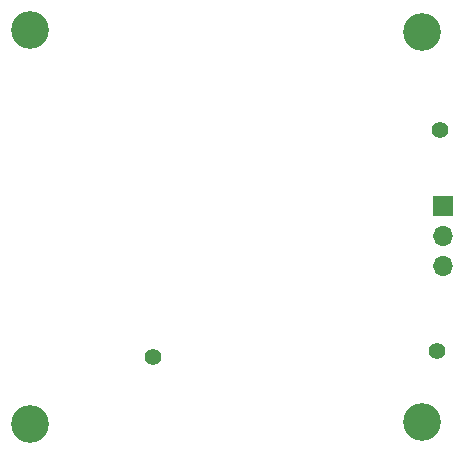
<source format=gbr>
G04 #@! TF.GenerationSoftware,KiCad,Pcbnew,(5.0.2)-1*
G04 #@! TF.CreationDate,2021-01-16T16:59:36+09:00*
G04 #@! TF.ProjectId,AllegroCurrentSensor,416c6c65-6772-46f4-9375-7272656e7453,rev?*
G04 #@! TF.SameCoordinates,Original*
G04 #@! TF.FileFunction,Soldermask,Bot*
G04 #@! TF.FilePolarity,Negative*
%FSLAX46Y46*%
G04 Gerber Fmt 4.6, Leading zero omitted, Abs format (unit mm)*
G04 Created by KiCad (PCBNEW (5.0.2)-1) date 2021/01/16 16:59:36*
%MOMM*%
%LPD*%
G01*
G04 APERTURE LIST*
%ADD10C,3.200000*%
%ADD11R,1.700000X1.700000*%
%ADD12O,1.700000X1.700000*%
%ADD13C,1.400000*%
G04 APERTURE END LIST*
D10*
G04 #@! TO.C,H1*
X63300000Y-66700000D03*
G04 #@! TD*
G04 #@! TO.C,H2*
X63300000Y-33300000D03*
G04 #@! TD*
G04 #@! TO.C,H3*
X96500000Y-33500000D03*
G04 #@! TD*
G04 #@! TO.C,H4*
X96500000Y-66500000D03*
G04 #@! TD*
D11*
G04 #@! TO.C,J3*
X98250000Y-48250000D03*
D12*
X98250000Y-50790000D03*
X98250000Y-53330000D03*
G04 #@! TD*
D13*
G04 #@! TO.C,TP1*
X73750000Y-61000000D03*
G04 #@! TD*
G04 #@! TO.C,TP2*
X98000000Y-41750000D03*
G04 #@! TD*
G04 #@! TO.C,TP3*
X97750000Y-60500000D03*
G04 #@! TD*
M02*

</source>
